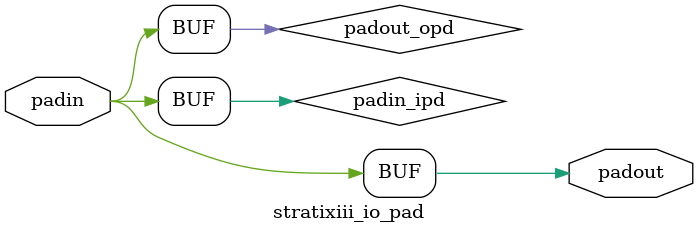
<source format=v>
module stratixiii_io_pad ( 
		      padin, 
                      padout
	            );
parameter lpm_type = "stratixiii_io_pad";
input padin; 
output padout;
wire padin_ipd;
wire padout_opd;
buf padin_buf  (padin_ipd,padin);
assign padout_opd = padin_ipd;
buf padout_buf (padout, padout_opd);
endmodule
</source>
